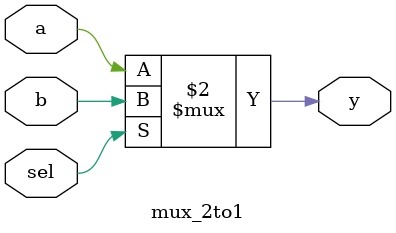
<source format=v>
module mux_2to1 (
    input a,
    input b,
    input sel,
    output y
);
    assign y = (sel == 1'b0) ? a : b;
endmodule

</source>
